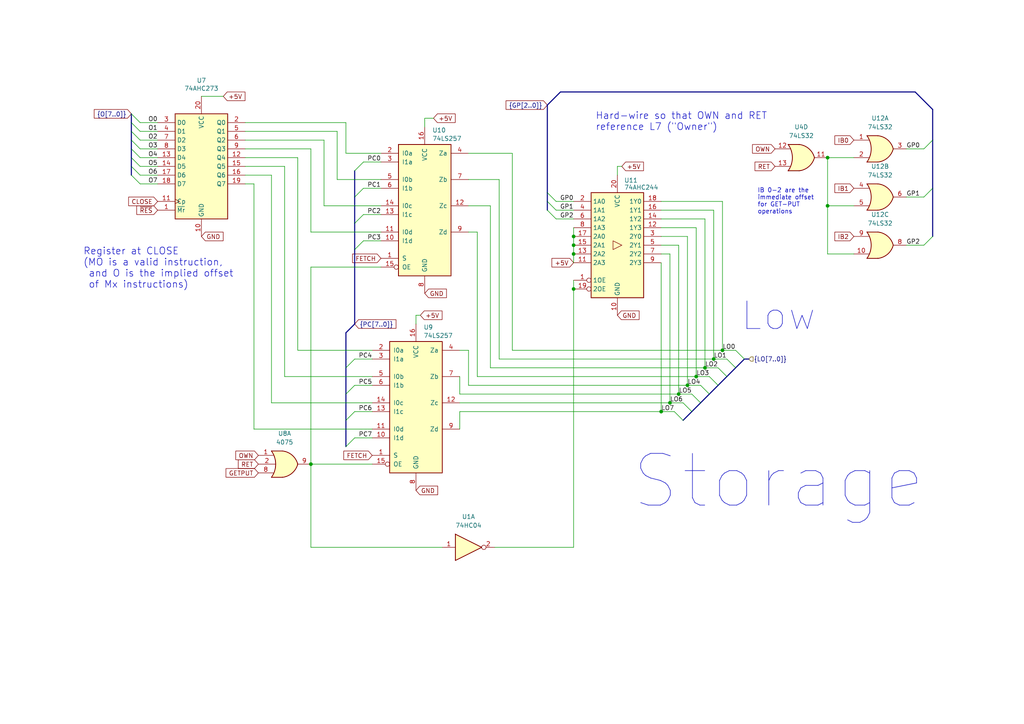
<source format=kicad_sch>
(kicad_sch (version 20231120) (generator "eeschema") (generator_version "8.0")
  (paper "A4")
  (title_block (title "Myth Microcontroller Project") (date "2024-09-21") (rev "1") (company "Picwok.com") (comment 1 "Project Contact: mim@ok-schalter.de (Michael)") (comment 2 "Author: Copyr. 2024 Michael Mangelsdorf/Dosflange@github") (comment 3 "Memory Module") (comment 4 "Low Order Address Switch"))
  (lib_symbols
    (symbol "4xxx:4075" (pin_names (offset 1.016))
      (property "Reference" "U" (at 0 1.27 0))
      (property "Value" "4075" (at 0 -1.27 0))
      (symbol "4075_1_1"
        (arc (start -3.81 -3.81) (mid -2.589 0) (end -3.81 3.81) (stroke (width 0.254)))
        (arc (start -0.6096 -3.81) (mid 2.1842 -2.5851) (end 3.81 0) (stroke (width 0.254)) (fill (type background)))
        (polyline (pts (xy -3.81 -3.81) (xy -0.635 -3.81)) (stroke (width 0.254)) (fill (type background)))
        (polyline (pts (xy -3.81 3.81) (xy -0.635 3.81)) (stroke (width 0.254)) (fill (type background)))
        (polyline (pts (xy -0.635 3.81) (xy -3.81 3.81) (xy -3.81 3.81) (xy -3.556 3.4036) (xy -3.0226 2.2606) (xy -2.6924 1.0414) (xy -2.6162 -0.254) (xy -2.7686 -1.4986) (xy -3.175 -2.7178) (xy -3.81 -3.81) (xy -3.81 -3.81) (xy -0.635 -3.81)) (stroke (width -25.4)) (fill (type background)))
        (arc (start 3.81 0) (mid 2.1915 2.5936) (end -0.6096 3.81) (stroke (width 0.254)) (fill (type background)))
        (pin input line (at -7.62 2.54 0) (length 4.318) (name "~") (number "1"))
        (pin input line (at -7.62 0 0) (length 4.953) (name "~") (number "2"))
        (pin input line (at -7.62 -2.54 0) (length 4.318) (name "~") (number "8"))
        (pin output line (at 7.62 0 180) (length 3.81) (name "~") (number "9"))
      )
      (symbol "4075_1_2"
        (arc (start 0 -3.81) (mid 3.7934 0) (end 0 3.81) (stroke (width 0.254)) (fill (type background)))
        (polyline (pts (xy 0 3.81) (xy -3.81 3.81) (xy -3.81 -3.81) (xy 0 -3.81)) (stroke (width 0.254)) (fill (type background)))
        (pin input inverted (at -7.62 2.54 0) (length 3.81) (name "~") (number "1"))
        (pin input inverted (at -7.62 0 0) (length 3.81) (name "~") (number "2"))
        (pin input inverted (at -7.62 -2.54 0) (length 3.81) (name "~") (number "8"))
        (pin output inverted (at 7.62 0 180) (length 3.81) (name "~") (number "9"))
      )
      (symbol "4075_2_1"
        (arc (start -3.81 -3.81) (mid -2.589 0) (end -3.81 3.81) (stroke (width 0.254)))
        (arc (start -0.6096 -3.81) (mid 2.1842 -2.5851) (end 3.81 0) (stroke (width 0.254)) (fill (type background)))
        (polyline (pts (xy -3.81 -3.81) (xy -0.635 -3.81)) (stroke (width 0.254)) (fill (type background)))
        (polyline (pts (xy -3.81 3.81) (xy -0.635 3.81)) (stroke (width 0.254)) (fill (type background)))
        (polyline (pts (xy -0.635 3.81) (xy -3.81 3.81) (xy -3.81 3.81) (xy -3.556 3.4036) (xy -3.0226 2.2606) (xy -2.6924 1.0414) (xy -2.6162 -0.254) (xy -2.7686 -1.4986) (xy -3.175 -2.7178) (xy -3.81 -3.81) (xy -3.81 -3.81) (xy -0.635 -3.81)) (stroke (width -25.4)) (fill (type background)))
        (arc (start 3.81 0) (mid 2.1915 2.5936) (end -0.6096 3.81) (stroke (width 0.254)) (fill (type background)))
        (pin input line (at -7.62 2.54 0) (length 4.318) (name "~") (number "3"))
        (pin input line (at -7.62 0 0) (length 4.953) (name "~") (number "4"))
        (pin input line (at -7.62 -2.54 0) (length 4.318) (name "~") (number "5"))
        (pin output line (at 7.62 0 180) (length 3.81) (name "~") (number "6"))
      )
      (symbol "4075_2_2"
        (arc (start 0 -3.81) (mid 3.7934 0) (end 0 3.81) (stroke (width 0.254)) (fill (type background)))
        (polyline (pts (xy 0 3.81) (xy -3.81 3.81) (xy -3.81 -3.81) (xy 0 -3.81)) (stroke (width 0.254)) (fill (type background)))
        (pin input inverted (at -7.62 2.54 0) (length 3.81) (name "~") (number "3"))
        (pin input inverted (at -7.62 0 0) (length 3.81) (name "~") (number "4"))
        (pin input inverted (at -7.62 -2.54 0) (length 3.81) (name "~") (number "5"))
        (pin output inverted (at 7.62 0 180) (length 3.81) (name "~") (number "6"))
      )
      (symbol "4075_3_1"
        (arc (start -3.81 -3.81) (mid -2.589 0) (end -3.81 3.81) (stroke (width 0.254)))
        (arc (start -0.6096 -3.81) (mid 2.1842 -2.5851) (end 3.81 0) (stroke (width 0.254)) (fill (type background)))
        (polyline (pts (xy -3.81 -3.81) (xy -0.635 -3.81)) (stroke (width 0.254)) (fill (type background)))
        (polyline (pts (xy -3.81 3.81) (xy -0.635 3.81)) (stroke (width 0.254)) (fill (type background)))
        (polyline (pts (xy -0.635 3.81) (xy -3.81 3.81) (xy -3.81 3.81) (xy -3.556 3.4036) (xy -3.0226 2.2606) (xy -2.6924 1.0414) (xy -2.6162 -0.254) (xy -2.7686 -1.4986) (xy -3.175 -2.7178) (xy -3.81 -3.81) (xy -3.81 -3.81) (xy -0.635 -3.81)) (stroke (width -25.4)) (fill (type background)))
        (arc (start 3.81 0) (mid 2.1915 2.5936) (end -0.6096 3.81) (stroke (width 0.254)) (fill (type background)))
        (pin output line (at 7.62 0 180) (length 3.81) (name "~") (number "10"))
        (pin input line (at -7.62 2.54 0) (length 4.318) (name "~") (number "11"))
        (pin input line (at -7.62 0 0) (length 4.953) (name "~") (number "12"))
        (pin input line (at -7.62 -2.54 0) (length 4.318) (name "~") (number "13"))
      )
      (symbol "4075_3_2"
        (arc (start 0 -3.81) (mid 3.7934 0) (end 0 3.81) (stroke (width 0.254)) (fill (type background)))
        (polyline (pts (xy 0 3.81) (xy -3.81 3.81) (xy -3.81 -3.81) (xy 0 -3.81)) (stroke (width 0.254)) (fill (type background)))
        (pin output inverted (at 7.62 0 180) (length 3.81) (name "~") (number "10"))
        (pin input inverted (at -7.62 2.54 0) (length 3.81) (name "~") (number "11"))
        (pin input inverted (at -7.62 0 0) (length 3.81) (name "~") (number "12"))
        (pin input inverted (at -7.62 -2.54 0) (length 3.81) (name "~") (number "13"))
      )
      (symbol "4075_4_0"
        (pin power_in line (at 0 12.7 270) (length 5.08) (name "VDD") (number "14"))
        (pin power_in line (at 0 -12.7 90) (length 5.08) (name "VSS") (number "7"))
      )
      (symbol "4075_4_1"
        (rectangle (start -5.08 7.62) (end 5.08 -7.62) (stroke (width 0.254)) (fill (type background)))
      )
    )
    (symbol "74xx:74AHC244"
      (property "Reference" "U" (at -7.62 16.51 0))
      (property "Value" "74AHC244" (at -7.62 -16.51 0))
      (symbol "74AHC244_1_0"
        (polyline (pts (xy 1.27 0) (xy -1.27 1.27) (xy -1.27 -1.27) (xy 1.27 0)) (stroke (width 0.1524)))
        (pin input inverted (at -12.7 -10.16 0) (length 5.08) (name "1OE") (number "1"))
        (pin power_in line (at 0 -20.32 90) (length 5.08) (name "GND") (number "10"))
        (pin input line (at -12.7 -5.08 0) (length 5.08) (name "2A3") (number "11"))
        (pin tri_state line (at 12.7 5.08 180) (length 5.08) (name "1Y3") (number "12"))
        (pin input line (at -12.7 -2.54 0) (length 5.08) (name "2A2") (number "13"))
        (pin tri_state line (at 12.7 7.62 180) (length 5.08) (name "1Y2") (number "14"))
        (pin input line (at -12.7 0 0) (length 5.08) (name "2A1") (number "15"))
        (pin tri_state line (at 12.7 10.16 180) (length 5.08) (name "1Y1") (number "16"))
        (pin input line (at -12.7 2.54 0) (length 5.08) (name "2A0") (number "17"))
        (pin tri_state line (at 12.7 12.7 180) (length 5.08) (name "1Y0") (number "18"))
        (pin input inverted (at -12.7 -12.7 0) (length 5.08) (name "2OE") (number "19"))
        (pin input line (at -12.7 12.7 0) (length 5.08) (name "1A0") (number "2"))
        (pin power_in line (at 0 20.32 270) (length 5.08) (name "VCC") (number "20"))
        (pin tri_state line (at 12.7 2.54 180) (length 5.08) (name "2Y0") (number "3"))
        (pin input line (at -12.7 10.16 0) (length 5.08) (name "1A1") (number "4"))
        (pin tri_state line (at 12.7 0 180) (length 5.08) (name "2Y1") (number "5"))
        (pin input line (at -12.7 7.62 0) (length 5.08) (name "1A2") (number "6"))
        (pin tri_state line (at 12.7 -2.54 180) (length 5.08) (name "2Y2") (number "7"))
        (pin input line (at -12.7 5.08 0) (length 5.08) (name "1A3") (number "8"))
        (pin tri_state line (at 12.7 -5.08 180) (length 5.08) (name "2Y3") (number "9"))
      )
      (symbol "74AHC244_1_1"
        (rectangle (start -7.62 15.24) (end 7.62 -15.24) (stroke (width 0.254)) (fill (type background)))
      )
    )
    (symbol "74xx:74HC04"
      (property "Reference" "U" (at 0 1.27 0))
      (property "Value" "74HC04" (at 0 -1.27 0))
      (symbol "74HC04_1_0"
        (polyline (pts (xy -3.81 3.81) (xy -3.81 -3.81) (xy 3.81 0) (xy -3.81 3.81)) (stroke (width 0.254)) (fill (type background)))
        (pin input line (at -7.62 0 0) (length 3.81) (name "~") (number "1"))
        (pin output inverted (at 7.62 0 180) (length 3.81) (name "~") (number "2"))
      )
      (symbol "74HC04_2_0"
        (polyline (pts (xy -3.81 3.81) (xy -3.81 -3.81) (xy 3.81 0) (xy -3.81 3.81)) (stroke (width 0.254)) (fill (type background)))
        (pin input line (at -7.62 0 0) (length 3.81) (name "~") (number "3"))
        (pin output inverted (at 7.62 0 180) (length 3.81) (name "~") (number "4"))
      )
      (symbol "74HC04_3_0"
        (polyline (pts (xy -3.81 3.81) (xy -3.81 -3.81) (xy 3.81 0) (xy -3.81 3.81)) (stroke (width 0.254)) (fill (type background)))
        (pin input line (at -7.62 0 0) (length 3.81) (name "~") (number "5"))
        (pin output inverted (at 7.62 0 180) (length 3.81) (name "~") (number "6"))
      )
      (symbol "74HC04_4_0"
        (polyline (pts (xy -3.81 3.81) (xy -3.81 -3.81) (xy 3.81 0) (xy -3.81 3.81)) (stroke (width 0.254)) (fill (type background)))
        (pin output inverted (at 7.62 0 180) (length 3.81) (name "~") (number "8"))
        (pin input line (at -7.62 0 0) (length 3.81) (name "~") (number "9"))
      )
      (symbol "74HC04_5_0"
        (polyline (pts (xy -3.81 3.81) (xy -3.81 -3.81) (xy 3.81 0) (xy -3.81 3.81)) (stroke (width 0.254)) (fill (type background)))
        (pin output inverted (at 7.62 0 180) (length 3.81) (name "~") (number "10"))
        (pin input line (at -7.62 0 0) (length 3.81) (name "~") (number "11"))
      )
      (symbol "74HC04_6_0"
        (polyline (pts (xy -3.81 3.81) (xy -3.81 -3.81) (xy 3.81 0) (xy -3.81 3.81)) (stroke (width 0.254)) (fill (type background)))
        (pin output inverted (at 7.62 0 180) (length 3.81) (name "~") (number "12"))
        (pin input line (at -7.62 0 0) (length 3.81) (name "~") (number "13"))
      )
      (symbol "74HC04_7_0"
        (pin power_in line (at 0 12.7 270) (length 5.08) (name "VCC") (number "14"))
        (pin power_in line (at 0 -12.7 90) (length 5.08) (name "GND") (number "7"))
      )
      (symbol "74HC04_7_1"
        (rectangle (start -5.08 7.62) (end 5.08 -7.62) (stroke (width 0.254)) (fill (type background)))
      )
    )
    (symbol "74xx:74HC273"
      (property "Reference" "U" (at -7.62 16.51 0))
      (property "Value" "74HC273" (at -7.62 -16.51 0))
      (symbol "74HC273_1_0"
        (pin input line (at -12.7 -12.7 0) (length 5.08) (name "~{Mr}") (number "1"))
        (pin power_in line (at 0 -20.32 90) (length 5.08) (name "GND") (number "10"))
        (pin input clock (at -12.7 -10.16 0) (length 5.08) (name "Cp") (number "11"))
        (pin output line (at 12.7 2.54 180) (length 5.08) (name "Q4") (number "12"))
        (pin input line (at -12.7 2.54 0) (length 5.08) (name "D4") (number "13"))
        (pin input line (at -12.7 0 0) (length 5.08) (name "D5") (number "14"))
        (pin output line (at 12.7 0 180) (length 5.08) (name "Q5") (number "15"))
        (pin output line (at 12.7 -2.54 180) (length 5.08) (name "Q6") (number "16"))
        (pin input line (at -12.7 -2.54 0) (length 5.08) (name "D6") (number "17"))
        (pin input line (at -12.7 -5.08 0) (length 5.08) (name "D7") (number "18"))
        (pin output line (at 12.7 -5.08 180) (length 5.08) (name "Q7") (number "19"))
        (pin output line (at 12.7 12.7 180) (length 5.08) (name "Q0") (number "2"))
        (pin power_in line (at 0 20.32 270) (length 5.08) (name "VCC") (number "20"))
        (pin input line (at -12.7 12.7 0) (length 5.08) (name "D0") (number "3"))
        (pin input line (at -12.7 10.16 0) (length 5.08) (name "D1") (number "4"))
        (pin output line (at 12.7 10.16 180) (length 5.08) (name "Q1") (number "5"))
        (pin output line (at 12.7 7.62 180) (length 5.08) (name "Q2") (number "6"))
        (pin input line (at -12.7 7.62 0) (length 5.08) (name "D2") (number "7"))
        (pin input line (at -12.7 5.08 0) (length 5.08) (name "D3") (number "8"))
        (pin output line (at 12.7 5.08 180) (length 5.08) (name "Q3") (number "9"))
      )
      (symbol "74HC273_1_1"
        (rectangle (start -7.62 15.24) (end 7.62 -15.24) (stroke (width 0.254)) (fill (type background)))
      )
    )
    (symbol "74xx:74LS257" (pin_names (offset 1.016))
      (property "Reference" "U" (at -7.62 19.05 0))
      (property "Value" "74LS257" (at -7.62 -21.59 0))
      (symbol "74LS257_1_0"
        (pin input line (at -12.7 -15.24 0) (length 5.08) (name "S") (number "1"))
        (pin input line (at -12.7 -10.16 0) (length 5.08) (name "I1d") (number "10"))
        (pin input line (at -12.7 -7.62 0) (length 5.08) (name "I0d") (number "11"))
        (pin tri_state line (at 12.7 0 180) (length 5.08) (name "Zc") (number "12"))
        (pin input line (at -12.7 -2.54 0) (length 5.08) (name "I1c") (number "13"))
        (pin input line (at -12.7 0 0) (length 5.08) (name "I0c") (number "14"))
        (pin input inverted (at -12.7 -17.78 0) (length 5.08) (name "OE") (number "15"))
        (pin power_in line (at 0 22.86 270) (length 5.08) (name "VCC") (number "16"))
        (pin input line (at -12.7 15.24 0) (length 5.08) (name "I0a") (number "2"))
        (pin input line (at -12.7 12.7 0) (length 5.08) (name "I1a") (number "3"))
        (pin tri_state line (at 12.7 15.24 180) (length 5.08) (name "Za") (number "4"))
        (pin input line (at -12.7 7.62 0) (length 5.08) (name "I0b") (number "5"))
        (pin input line (at -12.7 5.08 0) (length 5.08) (name "I1b") (number "6"))
        (pin tri_state line (at 12.7 7.62 180) (length 5.08) (name "Zb") (number "7"))
        (pin power_in line (at 0 -25.4 90) (length 5.08) (name "GND") (number "8"))
        (pin tri_state line (at 12.7 -7.62 180) (length 5.08) (name "Zd") (number "9"))
      )
      (symbol "74LS257_1_1"
        (rectangle (start -7.62 17.78) (end 7.62 -20.32) (stroke (width 0.254)) (fill (type background)))
      )
    )
    (symbol "74xx:74LS32" (pin_names (offset 1.016))
      (property "Reference" "U" (at 0 1.27 0))
      (property "Value" "74LS32" (at 0 -1.27 0))
      (symbol "74LS32_1_1"
        (arc (start -3.81 -3.81) (mid -2.589 0) (end -3.81 3.81) (stroke (width 0.254)))
        (arc (start -0.6096 -3.81) (mid 2.1855 -2.584) (end 3.81 0) (stroke (width 0.254)) (fill (type background)))
        (polyline (pts (xy -3.81 -3.81) (xy -0.635 -3.81)) (stroke (width 0.254)) (fill (type background)))
        (polyline (pts (xy -3.81 3.81) (xy -0.635 3.81)) (stroke (width 0.254)) (fill (type background)))
        (polyline (pts (xy -0.635 3.81) (xy -3.81 3.81) (xy -3.81 3.81) (xy -3.556 3.4036) (xy -3.0226 2.2606) (xy -2.6924 1.0414) (xy -2.6162 -0.254) (xy -2.7686 -1.4986) (xy -3.175 -2.7178) (xy -3.81 -3.81) (xy -3.81 -3.81) (xy -0.635 -3.81)) (stroke (width -25.4)) (fill (type background)))
        (arc (start 3.81 0) (mid 2.1928 2.5925) (end -0.6096 3.81) (stroke (width 0.254)) (fill (type background)))
        (pin input line (at -7.62 2.54 0) (length 4.318) (name "~") (number "1"))
        (pin input line (at -7.62 -2.54 0) (length 4.318) (name "~") (number "2"))
        (pin output line (at 7.62 0 180) (length 3.81) (name "~") (number "3"))
      )
      (symbol "74LS32_1_2"
        (arc (start 0 -3.81) (mid 3.7934 0) (end 0 3.81) (stroke (width 0.254)) (fill (type background)))
        (polyline (pts (xy 0 3.81) (xy -3.81 3.81) (xy -3.81 -3.81) (xy 0 -3.81)) (stroke (width 0.254)) (fill (type background)))
        (pin input inverted (at -7.62 2.54 0) (length 3.81) (name "~") (number "1"))
        (pin input inverted (at -7.62 -2.54 0) (length 3.81) (name "~") (number "2"))
        (pin output inverted (at 7.62 0 180) (length 3.81) (name "~") (number "3"))
      )
      (symbol "74LS32_2_1"
        (arc (start -3.81 -3.81) (mid -2.589 0) (end -3.81 3.81) (stroke (width 0.254)))
        (arc (start -0.6096 -3.81) (mid 2.1855 -2.584) (end 3.81 0) (stroke (width 0.254)) (fill (type background)))
        (polyline (pts (xy -3.81 -3.81) (xy -0.635 -3.81)) (stroke (width 0.254)) (fill (type background)))
        (polyline (pts (xy -3.81 3.81) (xy -0.635 3.81)) (stroke (width 0.254)) (fill (type background)))
        (polyline (pts (xy -0.635 3.81) (xy -3.81 3.81) (xy -3.81 3.81) (xy -3.556 3.4036) (xy -3.0226 2.2606) (xy -2.6924 1.0414) (xy -2.6162 -0.254) (xy -2.7686 -1.4986) (xy -3.175 -2.7178) (xy -3.81 -3.81) (xy -3.81 -3.81) (xy -0.635 -3.81)) (stroke (width -25.4)) (fill (type background)))
        (arc (start 3.81 0) (mid 2.1928 2.5925) (end -0.6096 3.81) (stroke (width 0.254)) (fill (type background)))
        (pin input line (at -7.62 2.54 0) (length 4.318) (name "~") (number "4"))
        (pin input line (at -7.62 -2.54 0) (length 4.318) (name "~") (number "5"))
        (pin output line (at 7.62 0 180) (length 3.81) (name "~") (number "6"))
      )
      (symbol "74LS32_2_2"
        (arc (start 0 -3.81) (mid 3.7934 0) (end 0 3.81) (stroke (width 0.254)) (fill (type background)))
        (polyline (pts (xy 0 3.81) (xy -3.81 3.81) (xy -3.81 -3.81) (xy 0 -3.81)) (stroke (width 0.254)) (fill (type background)))
        (pin input inverted (at -7.62 2.54 0) (length 3.81) (name "~") (number "4"))
        (pin input inverted (at -7.62 -2.54 0) (length 3.81) (name "~") (number "5"))
        (pin output inverted (at 7.62 0 180) (length 3.81) (name "~") (number "6"))
      )
      (symbol "74LS32_3_1"
        (arc (start -3.81 -3.81) (mid -2.589 0) (end -3.81 3.81) (stroke (width 0.254)))
        (arc (start -0.6096 -3.81) (mid 2.1855 -2.584) (end 3.81 0) (stroke (width 0.254)) (fill (type background)))
        (polyline (pts (xy -3.81 -3.81) (xy -0.635 -3.81)) (stroke (width 0.254)) (fill (type background)))
        (polyline (pts (xy -3.81 3.81) (xy -0.635 3.81)) (stroke (width 0.254)) (fill (type background)))
        (polyline (pts (xy -0.635 3.81) (xy -3.81 3.81) (xy -3.81 3.81) (xy -3.556 3.4036) (xy -3.0226 2.2606) (xy -2.6924 1.0414) (xy -2.6162 -0.254) (xy -2.7686 -1.4986) (xy -3.175 -2.7178) (xy -3.81 -3.81) (xy -3.81 -3.81) (xy -0.635 -3.81)) (stroke (width -25.4)) (fill (type background)))
        (arc (start 3.81 0) (mid 2.1928 2.5925) (end -0.6096 3.81) (stroke (width 0.254)) (fill (type background)))
        (pin input line (at -7.62 -2.54 0) (length 4.318) (name "~") (number "10"))
        (pin output line (at 7.62 0 180) (length 3.81) (name "~") (number "8"))
        (pin input line (at -7.62 2.54 0) (length 4.318) (name "~") (number "9"))
      )
      (symbol "74LS32_3_2"
        (arc (start 0 -3.81) (mid 3.7934 0) (end 0 3.81) (stroke (width 0.254)) (fill (type background)))
        (polyline (pts (xy 0 3.81) (xy -3.81 3.81) (xy -3.81 -3.81) (xy 0 -3.81)) (stroke (width 0.254)) (fill (type background)))
        (pin input inverted (at -7.62 -2.54 0) (length 3.81) (name "~") (number "10"))
        (pin output inverted (at 7.62 0 180) (length 3.81) (name "~") (number "8"))
        (pin input inverted (at -7.62 2.54 0) (length 3.81) (name "~") (number "9"))
      )
      (symbol "74LS32_4_1"
        (arc (start -3.81 -3.81) (mid -2.589 0) (end -3.81 3.81) (stroke (width 0.254)))
        (arc (start -0.6096 -3.81) (mid 2.1855 -2.584) (end 3.81 0) (stroke (width 0.254)) (fill (type background)))
        (polyline (pts (xy -3.81 -3.81) (xy -0.635 -3.81)) (stroke (width 0.254)) (fill (type background)))
        (polyline (pts (xy -3.81 3.81) (xy -0.635 3.81)) (stroke (width 0.254)) (fill (type background)))
        (polyline (pts (xy -0.635 3.81) (xy -3.81 3.81) (xy -3.81 3.81) (xy -3.556 3.4036) (xy -3.0226 2.2606) (xy -2.6924 1.0414) (xy -2.6162 -0.254) (xy -2.7686 -1.4986) (xy -3.175 -2.7178) (xy -3.81 -3.81) (xy -3.81 -3.81) (xy -0.635 -3.81)) (stroke (width -25.4)) (fill (type background)))
        (arc (start 3.81 0) (mid 2.1928 2.5925) (end -0.6096 3.81) (stroke (width 0.254)) (fill (type background)))
        (pin output line (at 7.62 0 180) (length 3.81) (name "~") (number "11"))
        (pin input line (at -7.62 2.54 0) (length 4.318) (name "~") (number "12"))
        (pin input line (at -7.62 -2.54 0) (length 4.318) (name "~") (number "13"))
      )
      (symbol "74LS32_4_2"
        (arc (start 0 -3.81) (mid 3.7934 0) (end 0 3.81) (stroke (width 0.254)) (fill (type background)))
        (polyline (pts (xy 0 3.81) (xy -3.81 3.81) (xy -3.81 -3.81) (xy 0 -3.81)) (stroke (width 0.254)) (fill (type background)))
        (pin output inverted (at 7.62 0 180) (length 3.81) (name "~") (number "11"))
        (pin input inverted (at -7.62 2.54 0) (length 3.81) (name "~") (number "12"))
        (pin input inverted (at -7.62 -2.54 0) (length 3.81) (name "~") (number "13"))
      )
      (symbol "74LS32_5_0"
        (pin power_in line (at 0 12.7 270) (length 5.08) (name "VCC") (number "14"))
        (pin power_in line (at 0 -12.7 90) (length 5.08) (name "GND") (number "7"))
      )
      (symbol "74LS32_5_1"
        (rectangle (start -5.08 7.62) (end 5.08 -7.62) (stroke (width 0.254)) (fill (type background)))
      )
    )
  )
  (junction (at 196.85 114.3))
  (junction (at 240.03 45.72))
  (junction (at 240.03 59.69))
  (junction (at 166.37 68.58))
  (junction (at 166.37 71.12))
  (junction (at 199.39 111.76))
  (junction (at 166.37 83.82))
  (junction (at 204.47 106.68))
  (junction (at 201.93 109.22))
  (junction (at 207.01 104.14))
  (junction (at 209.55 101.6))
  (junction (at 191.77 119.38))
  (junction (at 194.31 116.84))
  (junction (at 166.37 73.66))
  (junction (at 90.17 134.62))
  (bus_entry (at 267.97 57.15) (size 2.54 -2.54))
  (bus_entry (at 38.1 48.26) (size 2.54 2.54))
  (bus_entry (at 38.1 33.02) (size 2.54 2.54))
  (bus_entry (at 267.97 43.18) (size 2.54 -2.54))
  (bus_entry (at 102.87 72.39) (size 2.54 -2.54))
  (bus_entry (at 38.1 40.64) (size 2.54 2.54))
  (bus_entry (at 267.97 71.12) (size 2.54 -2.54))
  (bus_entry (at 210.82 104.14) (size 2.54 2.54))
  (bus_entry (at 102.87 64.77) (size 2.54 -2.54))
  (bus_entry (at 208.28 106.68) (size 2.54 2.54))
  (bus_entry (at 195.58 119.38) (size 2.54 2.54))
  (bus_entry (at 38.1 38.1) (size 2.54 2.54))
  (bus_entry (at 38.1 43.18) (size 2.54 2.54))
  (bus_entry (at 100.33 106.68) (size 2.54 -2.54))
  (bus_entry (at 102.87 57.15) (size 2.54 -2.54))
  (bus_entry (at 158.75 60.96) (size 2.54 2.54))
  (bus_entry (at 38.1 45.72) (size 2.54 2.54))
  (bus_entry (at 205.74 109.22) (size 2.54 2.54))
  (bus_entry (at 100.33 121.92) (size 2.54 -2.54))
  (bus_entry (at 158.75 55.88) (size 2.54 2.54))
  (bus_entry (at 198.12 116.84) (size 2.54 2.54))
  (bus_entry (at 38.1 50.8) (size 2.54 2.54))
  (bus_entry (at 158.75 58.42) (size 2.54 2.54))
  (bus_entry (at 100.33 129.54) (size 2.54 -2.54))
  (bus_entry (at 102.87 49.53) (size 2.54 -2.54))
  (bus_entry (at 200.66 114.3) (size 2.54 2.54))
  (bus_entry (at 213.36 101.6) (size 2.54 2.54))
  (bus_entry (at 100.33 114.3) (size 2.54 -2.54))
  (bus_entry (at 38.1 35.56) (size 2.54 2.54))
  (bus_entry (at 203.2 111.76) (size 2.54 2.54))
  (wire (pts (xy 166.37 71.12) (xy 166.37 73.66)))
  (wire (pts (xy 262.89 57.15) (xy 267.97 57.15)))
  (wire (pts (xy 90.17 158.75) (xy 128.27 158.75)))
  (wire (pts (xy 120.65 91.44) (xy 120.65 93.98)))
  (wire (pts (xy 138.43 109.22) (xy 201.93 109.22)))
  (wire (pts (xy 97.79 52.07) (xy 110.49 52.07)))
  (wire (pts (xy 133.35 116.84) (xy 194.31 116.84)))
  (wire (pts (xy 166.37 66.04) (xy 166.37 68.58)))
  (bus (pts (xy 158.75 58.42) (xy 158.75 60.96)))
  (wire (pts (xy 40.64 35.56) (xy 45.72 35.56)))
  (wire (pts (xy 161.29 63.5) (xy 166.37 63.5)))
  (wire (pts (xy 209.55 101.6) (xy 209.55 58.42)))
  (wire (pts (xy 86.36 45.72) (xy 86.36 101.6)))
  (wire (pts (xy 148.59 44.45) (xy 148.59 101.6)))
  (wire (pts (xy 102.87 104.14) (xy 107.95 104.14)))
  (wire (pts (xy 102.87 119.38) (xy 107.95 119.38)))
  (wire (pts (xy 191.77 119.38) (xy 191.77 76.2)))
  (wire (pts (xy 40.64 45.72) (xy 45.72 45.72)))
  (wire (pts (xy 166.37 73.66) (xy 166.37 76.2)))
  (bus (pts (xy 102.87 64.77) (xy 102.87 72.39)))
  (wire (pts (xy 148.59 101.6) (xy 209.55 101.6)))
  (wire (pts (xy 138.43 67.31) (xy 135.89 67.31)))
  (wire (pts (xy 166.37 68.58) (xy 166.37 71.12)))
  (wire (pts (xy 142.24 59.69) (xy 135.89 59.69)))
  (wire (pts (xy 78.74 50.8) (xy 71.12 50.8)))
  (wire (pts (xy 144.78 104.14) (xy 144.78 52.07)))
  (wire (pts (xy 100.33 44.45) (xy 110.49 44.45)))
  (wire (pts (xy 194.31 116.84) (xy 198.12 116.84)))
  (wire (pts (xy 240.03 45.72) (xy 247.65 45.72)))
  (wire (pts (xy 71.12 45.72) (xy 86.36 45.72)))
  (bus (pts (xy 100.33 114.3) (xy 100.33 121.92)))
  (bus (pts (xy 38.1 48.26) (xy 38.1 50.8)))
  (wire (pts (xy 90.17 67.31) (xy 110.49 67.31)))
  (wire (pts (xy 135.89 111.76) (xy 135.89 101.6)))
  (wire (pts (xy 71.12 38.1) (xy 97.79 38.1)))
  (wire (pts (xy 191.77 60.96) (xy 207.01 60.96)))
  (bus (pts (xy 208.28 111.76) (xy 210.82 109.22)))
  (wire (pts (xy 142.24 106.68) (xy 142.24 59.69)))
  (wire (pts (xy 71.12 40.64) (xy 93.98 40.64)))
  (wire (pts (xy 71.12 43.18) (xy 90.17 43.18)))
  (wire (pts (xy 105.41 46.99) (xy 110.49 46.99)))
  (bus (pts (xy 38.1 38.1) (xy 38.1 40.64)))
  (wire (pts (xy 90.17 77.47) (xy 110.49 77.47)))
  (bus (pts (xy 270.51 40.64) (xy 270.51 31.75)))
  (wire (pts (xy 194.31 73.66) (xy 194.31 116.84)))
  (wire (pts (xy 207.01 60.96) (xy 207.01 104.14)))
  (wire (pts (xy 144.78 104.14) (xy 207.01 104.14)))
  (wire (pts (xy 247.65 59.69) (xy 240.03 59.69)))
  (bus (pts (xy 102.87 93.98) (xy 100.33 96.52)))
  (bus (pts (xy 102.87 72.39) (xy 102.87 93.98)))
  (bus (pts (xy 158.75 30.48) (xy 158.75 55.88)))
  (wire (pts (xy 247.65 73.66) (xy 240.03 73.66)))
  (wire (pts (xy 71.12 35.56) (xy 100.33 35.56)))
  (wire (pts (xy 40.64 50.8) (xy 45.72 50.8)))
  (bus (pts (xy 270.51 31.75) (xy 265.43 26.67)))
  (wire (pts (xy 240.03 73.66) (xy 240.03 59.69)))
  (wire (pts (xy 179.07 48.26) (xy 180.34 48.26)))
  (wire (pts (xy 58.42 27.94) (xy 64.77 27.94)))
  (wire (pts (xy 262.89 71.12) (xy 267.97 71.12)))
  (wire (pts (xy 40.64 48.26) (xy 45.72 48.26)))
  (wire (pts (xy 209.55 101.6) (xy 213.36 101.6)))
  (wire (pts (xy 199.39 68.58) (xy 199.39 111.76)))
  (wire (pts (xy 144.78 52.07) (xy 135.89 52.07)))
  (wire (pts (xy 40.64 53.34) (xy 45.72 53.34)))
  (wire (pts (xy 123.19 34.29) (xy 123.19 36.83)))
  (wire (pts (xy 133.35 109.22) (xy 133.35 114.3)))
  (wire (pts (xy 161.29 58.42) (xy 166.37 58.42)))
  (wire (pts (xy 73.66 53.34) (xy 71.12 53.34)))
  (wire (pts (xy 191.77 66.04) (xy 201.93 66.04)))
  (wire (pts (xy 93.98 40.64) (xy 93.98 59.69)))
  (wire (pts (xy 102.87 127) (xy 107.95 127)))
  (wire (pts (xy 161.29 60.96) (xy 166.37 60.96)))
  (wire (pts (xy 97.79 38.1) (xy 97.79 52.07)))
  (wire (pts (xy 204.47 63.5) (xy 204.47 106.68)))
  (wire (pts (xy 191.77 58.42) (xy 209.55 58.42)))
  (wire (pts (xy 191.77 119.38) (xy 133.35 119.38)))
  (bus (pts (xy 38.1 45.72) (xy 38.1 48.26)))
  (wire (pts (xy 201.93 66.04) (xy 201.93 109.22)))
  (bus (pts (xy 38.1 33.02) (xy 38.1 35.56)))
  (wire (pts (xy 166.37 81.28) (xy 166.37 83.82)))
  (wire (pts (xy 82.55 109.22) (xy 82.55 48.26)))
  (bus (pts (xy 100.33 121.92) (xy 100.33 129.54)))
  (bus (pts (xy 102.87 57.15) (xy 102.87 64.77)))
  (bus (pts (xy 38.1 40.64) (xy 38.1 43.18)))
  (wire (pts (xy 40.64 43.18) (xy 45.72 43.18)))
  (wire (pts (xy 73.66 124.46) (xy 73.66 53.34)))
  (wire (pts (xy 204.47 106.68) (xy 208.28 106.68)))
  (bus (pts (xy 265.43 26.67) (xy 162.56 26.67)))
  (wire (pts (xy 191.77 119.38) (xy 195.58 119.38)))
  (wire (pts (xy 135.89 111.76) (xy 199.39 111.76)))
  (wire (pts (xy 90.17 77.47) (xy 90.17 134.62)))
  (bus (pts (xy 102.87 49.53) (xy 102.87 57.15)))
  (wire (pts (xy 102.87 111.76) (xy 107.95 111.76)))
  (wire (pts (xy 135.89 44.45) (xy 148.59 44.45)))
  (wire (pts (xy 191.77 68.58) (xy 199.39 68.58)))
  (bus (pts (xy 210.82 109.22) (xy 213.36 106.68)))
  (wire (pts (xy 191.77 63.5) (xy 204.47 63.5)))
  (wire (pts (xy 133.35 114.3) (xy 196.85 114.3)))
  (bus (pts (xy 270.51 54.61) (xy 270.51 40.64)))
  (wire (pts (xy 105.41 69.85) (xy 110.49 69.85)))
  (bus (pts (xy 38.1 43.18) (xy 38.1 45.72)))
  (wire (pts (xy 142.24 106.68) (xy 204.47 106.68)))
  (bus (pts (xy 205.74 114.3) (xy 208.28 111.76)))
  (wire (pts (xy 240.03 59.69) (xy 240.03 45.72)))
  (wire (pts (xy 78.74 116.84) (xy 107.95 116.84)))
  (wire (pts (xy 40.64 38.1) (xy 45.72 38.1)))
  (wire (pts (xy 100.33 35.56) (xy 100.33 44.45)))
  (wire (pts (xy 201.93 109.22) (xy 205.74 109.22)))
  (bus (pts (xy 200.66 119.38) (xy 203.2 116.84)))
  (bus (pts (xy 203.2 116.84) (xy 205.74 114.3)))
  (wire (pts (xy 135.89 101.6) (xy 133.35 101.6)))
  (bus (pts (xy 215.9 104.14) (xy 217.17 104.14)))
  (bus (pts (xy 100.33 106.68) (xy 100.33 114.3)))
  (wire (pts (xy 105.41 62.23) (xy 110.49 62.23)))
  (wire (pts (xy 73.66 124.46) (xy 107.95 124.46)))
  (bus (pts (xy 38.1 35.56) (xy 38.1 38.1)))
  (wire (pts (xy 191.77 73.66) (xy 194.31 73.66)))
  (wire (pts (xy 207.01 104.14) (xy 210.82 104.14)))
  (bus (pts (xy 162.56 26.67) (xy 158.75 30.48)))
  (wire (pts (xy 78.74 116.84) (xy 78.74 50.8)))
  (bus (pts (xy 213.36 106.68) (xy 215.9 104.14)))
  (bus (pts (xy 100.33 96.52) (xy 100.33 106.68)))
  (wire (pts (xy 40.64 40.64) (xy 45.72 40.64)))
  (wire (pts (xy 120.65 91.44) (xy 121.92 91.44)))
  (wire (pts (xy 86.36 101.6) (xy 107.95 101.6)))
  (wire (pts (xy 191.77 71.12) (xy 196.85 71.12)))
  (wire (pts (xy 105.41 54.61) (xy 110.49 54.61)))
  (bus (pts (xy 158.75 55.88) (xy 158.75 58.42)))
  (wire (pts (xy 90.17 134.62) (xy 107.95 134.62)))
  (wire (pts (xy 82.55 109.22) (xy 107.95 109.22)))
  (bus (pts (xy 270.51 68.58) (xy 270.51 54.61)))
  (wire (pts (xy 138.43 109.22) (xy 138.43 67.31)))
  (wire (pts (xy 262.89 43.18) (xy 267.97 43.18)))
  (wire (pts (xy 199.39 111.76) (xy 203.2 111.76)))
  (wire (pts (xy 143.51 158.75) (xy 166.37 158.75)))
  (wire (pts (xy 133.35 119.38) (xy 133.35 124.46)))
  (wire (pts (xy 179.07 48.26) (xy 179.07 50.8)))
  (wire (pts (xy 90.17 134.62) (xy 90.17 158.75)))
  (bus (pts (xy 198.12 121.92) (xy 200.66 119.38)))
  (wire (pts (xy 196.85 71.12) (xy 196.85 114.3)))
  (wire (pts (xy 166.37 158.75) (xy 166.37 83.82)))
  (wire (pts (xy 123.19 34.29) (xy 125.73 34.29)))
  (wire (pts (xy 196.85 114.3) (xy 200.66 114.3)))
  (wire (pts (xy 82.55 48.26) (xy 71.12 48.26)))
  (wire (pts (xy 90.17 43.18) (xy 90.17 67.31)))
  (wire (pts (xy 93.98 59.69) (xy 110.49 59.69)))
  (text "Register at CLOSE\n(MO is a valid instruction,\n and O is the implied offset\n of Mx instructions)" (at 24.13 83.82 0) (effects (font (size 2 2)) (justify left bottom)))
  (text "Hard-wire so that OWN and RET \nreference L7 (\"Owner\")" (at 172.72 38.1 0) (effects (font (size 2 2)) (justify left bottom)))
  (text "Low" (at 214.63 96.52 0) (effects (font (size 8 8)) (justify left bottom)))
  (text "IB 0-2 are the\nimmediate offset\nfor GET-PUT\noperations" (at 219.71 62.23 0) (effects (font (size 1.27 1.27)) (justify left bottom)))
  (text "Storage" (at 182.88 148.59 0) (effects (font (size 15 15)) (justify left bottom)))
  (label "O0" (at 45.72 35.56 180))
  (label "LO3" (at 201.93 109.22 0))
  (label "PC7" (at 107.95 127 180))
  (label "LO2" (at 204.47 106.68 0))
  (label "O5" (at 45.72 48.26 180))
  (label "PC0" (at 110.49 46.99 180))
  (label "LO5" (at 196.85 114.3 0))
  (label "O7" (at 45.72 53.34 180))
  (label "GP2" (at 166.37 63.5 180))
  (label "O3" (at 45.72 43.18 180))
  (label "O1" (at 45.72 38.1 180))
  (label "PC4" (at 107.95 104.14 180))
  (label "PC3" (at 110.49 69.85 180))
  (label "LO7" (at 191.77 119.38 0))
  (label "PC5" (at 107.95 111.76 180))
  (label "GP1" (at 166.37 60.96 180))
  (label "O4" (at 45.72 45.72 180))
  (label "PC1" (at 110.49 54.61 180))
  (label "O6" (at 45.72 50.8 180))
  (label "GP1" (at 262.89 57.15 0))
  (label "GP2" (at 262.89 71.12 0))
  (label "PC2" (at 110.49 62.23 180))
  (label "LO6" (at 194.31 116.84 0))
  (label "LO4" (at 199.39 111.76 0))
  (label "GP0" (at 262.89 43.18 0))
  (label "GP0" (at 166.37 58.42 180))
  (label "LO1" (at 207.01 104.14 0))
  (label "LO0" (at 209.55 101.6 0))
  (label "O2" (at 45.72 40.64 180))
  (label "PC6" (at 107.95 119.38 180))
  (global_label "IB2" (shape input) (at 247.65 68.58 180) (property "Intersheetrefs" "${INTERSHEET_REFS}" (effects (hide yes))))
  (global_label "~{RES}" (shape input) (at 45.72 60.96 180) (property "Intersheetrefs" "${INTERSHEET_REFS}" (effects (hide yes))))
  (global_label "CLOSE" (shape input) (at 45.72 58.42 180) (property "Intersheetrefs" "${INTERSHEET_REFS}" (effects (hide yes))))
  (global_label "FETCH" (shape input) (at 110.49 74.93 180) (property "Intersheetrefs" "${INTERSHEET_REFS}" (effects (hide yes))))
  (global_label "OWN" (shape input) (at 224.79 43.18 180) (property "Intersheetrefs" "${INTERSHEET_REFS}" (effects (hide yes))))
  (global_label "GND" (shape input) (at 58.42 68.58 0) (property "Intersheetrefs" "${INTERSHEET_REFS}" (effects (hide yes))))
  (global_label "+5V" (shape input) (at 64.77 27.94 0) (property "Intersheetrefs" "${INTERSHEET_REFS}" (effects (hide yes))))
  (global_label "+5V" (shape input) (at 125.73 34.29 0) (property "Intersheetrefs" "${INTERSHEET_REFS}" (effects (hide yes))))
  (global_label "{GP[2..0]}" (shape input) (at 158.75 30.48 180) (property "Intersheetrefs" "${INTERSHEET_REFS}" (effects (hide yes))))
  (global_label "GND" (shape input) (at 123.19 85.09 0) (property "Intersheetrefs" "${INTERSHEET_REFS}" (effects (hide yes))))
  (global_label "+5V" (shape input) (at 121.92 91.44 0) (property "Intersheetrefs" "${INTERSHEET_REFS}" (effects (hide yes))))
  (global_label "GND" (shape input) (at 179.07 91.44 0) (property "Intersheetrefs" "${INTERSHEET_REFS}" (effects (hide yes))))
  (global_label "+5V" (shape input) (at 166.37 76.2 180) (property "Intersheetrefs" "${INTERSHEET_REFS}" (effects (hide yes))))
  (global_label "IB0" (shape input) (at 247.65 40.64 180) (property "Intersheetrefs" "${INTERSHEET_REFS}" (effects (hide yes))))
  (global_label "+5V" (shape input) (at 180.34 48.26 0) (property "Intersheetrefs" "${INTERSHEET_REFS}" (effects (hide yes))))
  (global_label "IB1" (shape input) (at 247.65 54.61 180) (property "Intersheetrefs" "${INTERSHEET_REFS}" (effects (hide yes))))
  (global_label "RET" (shape input) (at 74.93 134.62 180) (property "Intersheetrefs" "${INTERSHEET_REFS}" (effects (hide yes))))
  (global_label "GND" (shape input) (at 120.65 142.24 0) (property "Intersheetrefs" "${INTERSHEET_REFS}" (effects (hide yes))))
  (global_label "OWN" (shape input) (at 74.93 132.08 180) (property "Intersheetrefs" "${INTERSHEET_REFS}" (effects (hide yes))))
  (global_label "GETPUT" (shape input) (at 74.93 137.16 180) (property "Intersheetrefs" "${INTERSHEET_REFS}" (effects (hide yes))))
  (global_label "RET" (shape input) (at 224.79 48.26 180) (property "Intersheetrefs" "${INTERSHEET_REFS}" (effects (hide yes))))
  (global_label "FETCH" (shape input) (at 107.95 132.08 180) (property "Intersheetrefs" "${INTERSHEET_REFS}" (effects (hide yes))))
  (global_label "{O[7..0]}" (shape input) (at 38.1 33.02 180) (property "Intersheetrefs" "${INTERSHEET_REFS}" (effects (hide yes))))
  (global_label "{PC[7..0]}" (shape input) (at 102.87 93.98 0) (property "Intersheetrefs" "${INTERSHEET_REFS}" (effects (hide yes))))
  (hierarchical_label "{LO[7..0]}" (shape input) (at 217.17 104.14 0))
  (symbol (lib_id "74xx:74LS32") (at 232.41 45.72 0) (unit 4)
    (property "Reference" "U4" (at 232.41 36.83 0))
    (property "Value" "74LS32" (at 232.41 39.37 0))
    (property "Datasheet" "http://www.ti.com/lit/gpn/sn74LS32" (effects (hide yes)))
    (property "Description" "Quad 2-input OR" (effects (hide yes)))
  )
  (symbol (lib_id "74xx:74HC273") (at 58.42 48.26 0) (unit 1)
    (property "Reference" "U7" (at 58.42 23.3426 0))
    (property "Value" "74AHC273" (at 58.42 25.654 0))
    (property "Footprint" "Package_DIP:DIP-20_W7.62mm_Socket_LongPads" (effects (hide yes)))
    (property "Datasheet" "https://assets.nexperia.com/documents/data-sheet/74HC_HCT273.pdf" (effects (hide yes)))
  )
  (symbol (lib_id "74xx:74LS32") (at 255.27 57.15 0) (unit 2)
    (property "Reference" "U12" (at 255.27 48.26 0))
    (property "Value" "74LS32" (at 255.27 50.8 0))
    (property "Datasheet" "http://www.ti.com/lit/gpn/sn74LS32" (effects (hide yes)))
    (property "Description" "Quad 2-input OR" (effects (hide yes)))
  )
  (symbol (lib_id "4xxx:4075") (at 82.55 134.62 0) (unit 1)
    (property "Reference" "U8" (at 82.55 125.73 0))
    (property "Value" "4075" (at 82.55 128.27 0))
    (property "Datasheet" "http://www.intersil.com/content/dam/Intersil/documents/cd40/cd4071bms-72bms-75bms.pdf" (effects (hide yes)))
    (property "Description" "Triple Or 3 inputs" (effects (hide yes)))
  )
  (symbol (lib_id "74xx:74LS32") (at 255.27 71.12 0) (unit 3)
    (property "Reference" "U12" (at 255.27 62.23 0))
    (property "Value" "74LS32" (at 255.27 64.77 0))
    (property "Datasheet" "http://www.ti.com/lit/gpn/sn74LS32" (effects (hide yes)))
    (property "Description" "Quad 2-input OR" (effects (hide yes)))
  )
  (symbol (lib_id "74xx:74LS32") (at 255.27 43.18 0) (unit 1)
    (property "Reference" "U12" (at 255.27 34.29 0))
    (property "Value" "74LS32" (at 255.27 36.83 0))
    (property "Datasheet" "http://www.ti.com/lit/gpn/sn74LS32" (effects (hide yes)))
    (property "Description" "Quad 2-input OR" (effects (hide yes)))
  )
  (symbol (lib_id "74xx:74HC04") (at 135.89 158.75 0) (unit 1)
    (property "Reference" "U1" (at 135.89 149.86 0))
    (property "Value" "74HC04" (at 135.89 152.4 0))
    (property "Datasheet" "https://assets.nexperia.com/documents/data-sheet/74HC_HCT04.pdf" (effects (hide yes)))
    (property "Description" "Hex Inverter" (effects (hide yes)))
  )
  (symbol (lib_id "74xx:74LS257") (at 123.19 59.69 0) (unit 1)
    (property "Reference" "U10" (at 125.3841 37.7657 0) (effects (justify left)))
    (property "Value" "74LS257" (at 125.3841 40.1899 0) (effects (justify left)))
    (property "Footprint" "Package_DIP:DIP-16_W7.62mm_Socket_LongPads" (effects (hide yes)))
    (property "Datasheet" "http://www.ti.com/lit/gpn/sn74LS257" (effects (hide yes)))
  )
  (symbol (lib_id "74xx:74LS257") (at 120.65 116.84 0) (unit 1)
    (property "Reference" "U9" (at 122.8441 94.9157 0) (effects (justify left)))
    (property "Value" "74LS257" (at 122.8441 97.3399 0) (effects (justify left)))
    (property "Footprint" "Package_DIP:DIP-16_W7.62mm_Socket_LongPads" (effects (hide yes)))
    (property "Datasheet" "http://www.ti.com/lit/gpn/sn74LS257" (effects (hide yes)))
  )
  (symbol (lib_id "74xx:74AHC244") (at 179.07 71.12 0) (unit 1)
    (property "Reference" "U11" (at 181.0259 52.3 0) (effects (justify left)))
    (property "Value" "74AHC244" (at 181.0259 54.348 0) (effects (justify left)))
    (property "Footprint" "Package_DIP:DIP-20_W7.62mm_Socket_LongPads" (effects (hide yes)))
    (property "Datasheet" "https://assets.nexperia.com/documents/data-sheet/74AHC_AHCT244.pdf" (effects (hide yes)))
  )
)
</source>
